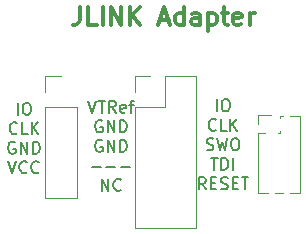
<source format=gbr>
G04 #@! TF.GenerationSoftware,KiCad,Pcbnew,(5.0.0)*
G04 #@! TF.CreationDate,2020-06-03T16:47:07-06:00*
G04 #@! TF.ProjectId,JlinkMini2TC2050,4A6C696E6B4D696E6932544332303530,rev?*
G04 #@! TF.SameCoordinates,Original*
G04 #@! TF.FileFunction,Legend,Top*
G04 #@! TF.FilePolarity,Positive*
%FSLAX46Y46*%
G04 Gerber Fmt 4.6, Leading zero omitted, Abs format (unit mm)*
G04 Created by KiCad (PCBNEW (5.0.0)) date 06/03/20 16:47:07*
%MOMM*%
%LPD*%
G01*
G04 APERTURE LIST*
%ADD10C,0.300000*%
%ADD11C,0.150000*%
%ADD12C,0.120000*%
G04 APERTURE END LIST*
D10*
X32069971Y-26889971D02*
X32069971Y-27961400D01*
X31998542Y-28175685D01*
X31855685Y-28318542D01*
X31641400Y-28389971D01*
X31498542Y-28389971D01*
X33498542Y-28389971D02*
X32784257Y-28389971D01*
X32784257Y-26889971D01*
X33998542Y-28389971D02*
X33998542Y-26889971D01*
X34712828Y-28389971D02*
X34712828Y-26889971D01*
X35569971Y-28389971D01*
X35569971Y-26889971D01*
X36284257Y-28389971D02*
X36284257Y-26889971D01*
X37141400Y-28389971D02*
X36498542Y-27532828D01*
X37141400Y-26889971D02*
X36284257Y-27747114D01*
X38855685Y-27961400D02*
X39569971Y-27961400D01*
X38712828Y-28389971D02*
X39212828Y-26889971D01*
X39712828Y-28389971D01*
X40855685Y-28389971D02*
X40855685Y-26889971D01*
X40855685Y-28318542D02*
X40712828Y-28389971D01*
X40427114Y-28389971D01*
X40284257Y-28318542D01*
X40212828Y-28247114D01*
X40141400Y-28104257D01*
X40141400Y-27675685D01*
X40212828Y-27532828D01*
X40284257Y-27461400D01*
X40427114Y-27389971D01*
X40712828Y-27389971D01*
X40855685Y-27461400D01*
X42212828Y-28389971D02*
X42212828Y-27604257D01*
X42141400Y-27461400D01*
X41998542Y-27389971D01*
X41712828Y-27389971D01*
X41569971Y-27461400D01*
X42212828Y-28318542D02*
X42069971Y-28389971D01*
X41712828Y-28389971D01*
X41569971Y-28318542D01*
X41498542Y-28175685D01*
X41498542Y-28032828D01*
X41569971Y-27889971D01*
X41712828Y-27818542D01*
X42069971Y-27818542D01*
X42212828Y-27747114D01*
X42927114Y-27389971D02*
X42927114Y-28889971D01*
X42927114Y-27461400D02*
X43069971Y-27389971D01*
X43355685Y-27389971D01*
X43498542Y-27461400D01*
X43569971Y-27532828D01*
X43641400Y-27675685D01*
X43641400Y-28104257D01*
X43569971Y-28247114D01*
X43498542Y-28318542D01*
X43355685Y-28389971D01*
X43069971Y-28389971D01*
X42927114Y-28318542D01*
X44069971Y-27389971D02*
X44641400Y-27389971D01*
X44284257Y-26889971D02*
X44284257Y-28175685D01*
X44355685Y-28318542D01*
X44498542Y-28389971D01*
X44641400Y-28389971D01*
X45712828Y-28318542D02*
X45569971Y-28389971D01*
X45284257Y-28389971D01*
X45141399Y-28318542D01*
X45069971Y-28175685D01*
X45069971Y-27604257D01*
X45141399Y-27461400D01*
X45284257Y-27389971D01*
X45569971Y-27389971D01*
X45712828Y-27461400D01*
X45784257Y-27604257D01*
X45784257Y-27747114D01*
X45069971Y-27889971D01*
X46427114Y-28389971D02*
X46427114Y-27389971D01*
X46427114Y-27675685D02*
X46498542Y-27532828D01*
X46569971Y-27461400D01*
X46712828Y-27389971D01*
X46855685Y-27389971D01*
D11*
X43646790Y-35709580D02*
X43646790Y-34709580D01*
X44313457Y-34709580D02*
X44503933Y-34709580D01*
X44599171Y-34757200D01*
X44694409Y-34852438D01*
X44742028Y-35042914D01*
X44742028Y-35376247D01*
X44694409Y-35566723D01*
X44599171Y-35661961D01*
X44503933Y-35709580D01*
X44313457Y-35709580D01*
X44218219Y-35661961D01*
X44122980Y-35566723D01*
X44075361Y-35376247D01*
X44075361Y-35042914D01*
X44122980Y-34852438D01*
X44218219Y-34757200D01*
X44313457Y-34709580D01*
X43575361Y-37264342D02*
X43527742Y-37311961D01*
X43384885Y-37359580D01*
X43289647Y-37359580D01*
X43146790Y-37311961D01*
X43051552Y-37216723D01*
X43003933Y-37121485D01*
X42956314Y-36931009D01*
X42956314Y-36788152D01*
X43003933Y-36597676D01*
X43051552Y-36502438D01*
X43146790Y-36407200D01*
X43289647Y-36359580D01*
X43384885Y-36359580D01*
X43527742Y-36407200D01*
X43575361Y-36454819D01*
X44480123Y-37359580D02*
X44003933Y-37359580D01*
X44003933Y-36359580D01*
X44813457Y-37359580D02*
X44813457Y-36359580D01*
X45384885Y-37359580D02*
X44956314Y-36788152D01*
X45384885Y-36359580D02*
X44813457Y-36931009D01*
X42789647Y-38961961D02*
X42932504Y-39009580D01*
X43170600Y-39009580D01*
X43265838Y-38961961D01*
X43313457Y-38914342D01*
X43361076Y-38819104D01*
X43361076Y-38723866D01*
X43313457Y-38628628D01*
X43265838Y-38581009D01*
X43170600Y-38533390D01*
X42980123Y-38485771D01*
X42884885Y-38438152D01*
X42837266Y-38390533D01*
X42789647Y-38295295D01*
X42789647Y-38200057D01*
X42837266Y-38104819D01*
X42884885Y-38057200D01*
X42980123Y-38009580D01*
X43218219Y-38009580D01*
X43361076Y-38057200D01*
X43694409Y-38009580D02*
X43932504Y-39009580D01*
X44122980Y-38295295D01*
X44313457Y-39009580D01*
X44551552Y-38009580D01*
X45122980Y-38009580D02*
X45313457Y-38009580D01*
X45408695Y-38057200D01*
X45503933Y-38152438D01*
X45551552Y-38342914D01*
X45551552Y-38676247D01*
X45503933Y-38866723D01*
X45408695Y-38961961D01*
X45313457Y-39009580D01*
X45122980Y-39009580D01*
X45027742Y-38961961D01*
X44932504Y-38866723D01*
X44884885Y-38676247D01*
X44884885Y-38342914D01*
X44932504Y-38152438D01*
X45027742Y-38057200D01*
X45122980Y-38009580D01*
X43146790Y-39659580D02*
X43718219Y-39659580D01*
X43432504Y-40659580D02*
X43432504Y-39659580D01*
X44051552Y-40659580D02*
X44051552Y-39659580D01*
X44289647Y-39659580D01*
X44432504Y-39707200D01*
X44527742Y-39802438D01*
X44575361Y-39897676D01*
X44622980Y-40088152D01*
X44622980Y-40231009D01*
X44575361Y-40421485D01*
X44527742Y-40516723D01*
X44432504Y-40611961D01*
X44289647Y-40659580D01*
X44051552Y-40659580D01*
X45051552Y-40659580D02*
X45051552Y-39659580D01*
X42718219Y-42309580D02*
X42384885Y-41833390D01*
X42146790Y-42309580D02*
X42146790Y-41309580D01*
X42527742Y-41309580D01*
X42622980Y-41357200D01*
X42670600Y-41404819D01*
X42718219Y-41500057D01*
X42718219Y-41642914D01*
X42670600Y-41738152D01*
X42622980Y-41785771D01*
X42527742Y-41833390D01*
X42146790Y-41833390D01*
X43146790Y-41785771D02*
X43480123Y-41785771D01*
X43622980Y-42309580D02*
X43146790Y-42309580D01*
X43146790Y-41309580D01*
X43622980Y-41309580D01*
X44003933Y-42261961D02*
X44146790Y-42309580D01*
X44384885Y-42309580D01*
X44480123Y-42261961D01*
X44527742Y-42214342D01*
X44575361Y-42119104D01*
X44575361Y-42023866D01*
X44527742Y-41928628D01*
X44480123Y-41881009D01*
X44384885Y-41833390D01*
X44194409Y-41785771D01*
X44099171Y-41738152D01*
X44051552Y-41690533D01*
X44003933Y-41595295D01*
X44003933Y-41500057D01*
X44051552Y-41404819D01*
X44099171Y-41357200D01*
X44194409Y-41309580D01*
X44432504Y-41309580D01*
X44575361Y-41357200D01*
X45003933Y-41785771D02*
X45337266Y-41785771D01*
X45480123Y-42309580D02*
X45003933Y-42309580D01*
X45003933Y-41309580D01*
X45480123Y-41309580D01*
X45765838Y-41309580D02*
X46337266Y-41309580D01*
X46051552Y-42309580D02*
X46051552Y-41309580D01*
X32767828Y-34836580D02*
X33101161Y-35836580D01*
X33434495Y-34836580D01*
X33624971Y-34836580D02*
X34196400Y-34836580D01*
X33910685Y-35836580D02*
X33910685Y-34836580D01*
X35101161Y-35836580D02*
X34767828Y-35360390D01*
X34529733Y-35836580D02*
X34529733Y-34836580D01*
X34910685Y-34836580D01*
X35005923Y-34884200D01*
X35053542Y-34931819D01*
X35101161Y-35027057D01*
X35101161Y-35169914D01*
X35053542Y-35265152D01*
X35005923Y-35312771D01*
X34910685Y-35360390D01*
X34529733Y-35360390D01*
X35910685Y-35788961D02*
X35815447Y-35836580D01*
X35624971Y-35836580D01*
X35529733Y-35788961D01*
X35482114Y-35693723D01*
X35482114Y-35312771D01*
X35529733Y-35217533D01*
X35624971Y-35169914D01*
X35815447Y-35169914D01*
X35910685Y-35217533D01*
X35958304Y-35312771D01*
X35958304Y-35408009D01*
X35482114Y-35503247D01*
X36244019Y-35169914D02*
X36624971Y-35169914D01*
X36386876Y-35836580D02*
X36386876Y-34979438D01*
X36434495Y-34884200D01*
X36529733Y-34836580D01*
X36624971Y-34836580D01*
X33934495Y-36534200D02*
X33839257Y-36486580D01*
X33696400Y-36486580D01*
X33553542Y-36534200D01*
X33458304Y-36629438D01*
X33410685Y-36724676D01*
X33363066Y-36915152D01*
X33363066Y-37058009D01*
X33410685Y-37248485D01*
X33458304Y-37343723D01*
X33553542Y-37438961D01*
X33696400Y-37486580D01*
X33791638Y-37486580D01*
X33934495Y-37438961D01*
X33982114Y-37391342D01*
X33982114Y-37058009D01*
X33791638Y-37058009D01*
X34410685Y-37486580D02*
X34410685Y-36486580D01*
X34982114Y-37486580D01*
X34982114Y-36486580D01*
X35458304Y-37486580D02*
X35458304Y-36486580D01*
X35696400Y-36486580D01*
X35839257Y-36534200D01*
X35934495Y-36629438D01*
X35982114Y-36724676D01*
X36029733Y-36915152D01*
X36029733Y-37058009D01*
X35982114Y-37248485D01*
X35934495Y-37343723D01*
X35839257Y-37438961D01*
X35696400Y-37486580D01*
X35458304Y-37486580D01*
X33934495Y-38184200D02*
X33839257Y-38136580D01*
X33696400Y-38136580D01*
X33553542Y-38184200D01*
X33458304Y-38279438D01*
X33410685Y-38374676D01*
X33363066Y-38565152D01*
X33363066Y-38708009D01*
X33410685Y-38898485D01*
X33458304Y-38993723D01*
X33553542Y-39088961D01*
X33696400Y-39136580D01*
X33791638Y-39136580D01*
X33934495Y-39088961D01*
X33982114Y-39041342D01*
X33982114Y-38708009D01*
X33791638Y-38708009D01*
X34410685Y-39136580D02*
X34410685Y-38136580D01*
X34982114Y-39136580D01*
X34982114Y-38136580D01*
X35458304Y-39136580D02*
X35458304Y-38136580D01*
X35696400Y-38136580D01*
X35839257Y-38184200D01*
X35934495Y-38279438D01*
X35982114Y-38374676D01*
X36029733Y-38565152D01*
X36029733Y-38708009D01*
X35982114Y-38898485D01*
X35934495Y-38993723D01*
X35839257Y-39088961D01*
X35696400Y-39136580D01*
X35458304Y-39136580D01*
X33077352Y-40405628D02*
X33839257Y-40405628D01*
X34315447Y-40405628D02*
X35077352Y-40405628D01*
X35553542Y-40405628D02*
X36315447Y-40405628D01*
X33910685Y-42436580D02*
X33910685Y-41436580D01*
X34482114Y-42436580D01*
X34482114Y-41436580D01*
X35529733Y-42341342D02*
X35482114Y-42388961D01*
X35339257Y-42436580D01*
X35244019Y-42436580D01*
X35101161Y-42388961D01*
X35005923Y-42293723D01*
X34958304Y-42198485D01*
X34910685Y-42008009D01*
X34910685Y-41865152D01*
X34958304Y-41674676D01*
X35005923Y-41579438D01*
X35101161Y-41484200D01*
X35244019Y-41436580D01*
X35339257Y-41436580D01*
X35482114Y-41484200D01*
X35529733Y-41531819D01*
X26806590Y-36001180D02*
X26806590Y-35001180D01*
X27473257Y-35001180D02*
X27663733Y-35001180D01*
X27758971Y-35048800D01*
X27854209Y-35144038D01*
X27901828Y-35334514D01*
X27901828Y-35667847D01*
X27854209Y-35858323D01*
X27758971Y-35953561D01*
X27663733Y-36001180D01*
X27473257Y-36001180D01*
X27378019Y-35953561D01*
X27282780Y-35858323D01*
X27235161Y-35667847D01*
X27235161Y-35334514D01*
X27282780Y-35144038D01*
X27378019Y-35048800D01*
X27473257Y-35001180D01*
X26735161Y-37555942D02*
X26687542Y-37603561D01*
X26544685Y-37651180D01*
X26449447Y-37651180D01*
X26306590Y-37603561D01*
X26211352Y-37508323D01*
X26163733Y-37413085D01*
X26116114Y-37222609D01*
X26116114Y-37079752D01*
X26163733Y-36889276D01*
X26211352Y-36794038D01*
X26306590Y-36698800D01*
X26449447Y-36651180D01*
X26544685Y-36651180D01*
X26687542Y-36698800D01*
X26735161Y-36746419D01*
X27639923Y-37651180D02*
X27163733Y-37651180D01*
X27163733Y-36651180D01*
X27973257Y-37651180D02*
X27973257Y-36651180D01*
X28544685Y-37651180D02*
X28116114Y-37079752D01*
X28544685Y-36651180D02*
X27973257Y-37222609D01*
X26568495Y-38348800D02*
X26473257Y-38301180D01*
X26330400Y-38301180D01*
X26187542Y-38348800D01*
X26092304Y-38444038D01*
X26044685Y-38539276D01*
X25997066Y-38729752D01*
X25997066Y-38872609D01*
X26044685Y-39063085D01*
X26092304Y-39158323D01*
X26187542Y-39253561D01*
X26330400Y-39301180D01*
X26425638Y-39301180D01*
X26568495Y-39253561D01*
X26616114Y-39205942D01*
X26616114Y-38872609D01*
X26425638Y-38872609D01*
X27044685Y-39301180D02*
X27044685Y-38301180D01*
X27616114Y-39301180D01*
X27616114Y-38301180D01*
X28092304Y-39301180D02*
X28092304Y-38301180D01*
X28330400Y-38301180D01*
X28473257Y-38348800D01*
X28568495Y-38444038D01*
X28616114Y-38539276D01*
X28663733Y-38729752D01*
X28663733Y-38872609D01*
X28616114Y-39063085D01*
X28568495Y-39158323D01*
X28473257Y-39253561D01*
X28330400Y-39301180D01*
X28092304Y-39301180D01*
X25997066Y-39951180D02*
X26330400Y-40951180D01*
X26663733Y-39951180D01*
X27568495Y-40855942D02*
X27520876Y-40903561D01*
X27378019Y-40951180D01*
X27282780Y-40951180D01*
X27139923Y-40903561D01*
X27044685Y-40808323D01*
X26997066Y-40713085D01*
X26949447Y-40522609D01*
X26949447Y-40379752D01*
X26997066Y-40189276D01*
X27044685Y-40094038D01*
X27139923Y-39998800D01*
X27282780Y-39951180D01*
X27378019Y-39951180D01*
X27520876Y-39998800D01*
X27568495Y-40046419D01*
X28568495Y-40855942D02*
X28520876Y-40903561D01*
X28378019Y-40951180D01*
X28282780Y-40951180D01*
X28139923Y-40903561D01*
X28044685Y-40808323D01*
X27997066Y-40713085D01*
X27949447Y-40522609D01*
X27949447Y-40379752D01*
X27997066Y-40189276D01*
X28044685Y-40094038D01*
X28139923Y-39998800D01*
X28282780Y-39951180D01*
X28378019Y-39951180D01*
X28520876Y-39998800D01*
X28568495Y-40046419D01*
D12*
G04 #@! TO.C,J1*
X47130000Y-42605000D02*
X47952470Y-42605000D01*
X49837530Y-42605000D02*
X50660000Y-42605000D01*
X48567530Y-42605000D02*
X49222470Y-42605000D01*
X47130000Y-37590000D02*
X47130000Y-42605000D01*
X50660000Y-36135000D02*
X50660000Y-42605000D01*
X47130000Y-37590000D02*
X47696529Y-37590000D01*
X48823471Y-37590000D02*
X48966529Y-37590000D01*
X49020000Y-37536529D02*
X49020000Y-37393471D01*
X49020000Y-36266529D02*
X49020000Y-36135000D01*
X49020000Y-36135000D02*
X49222470Y-36135000D01*
X49837530Y-36135000D02*
X50660000Y-36135000D01*
X47130000Y-36830000D02*
X47130000Y-36070000D01*
X47130000Y-36070000D02*
X48260000Y-36070000D01*
G04 #@! TO.C,J2*
X36695001Y-45575001D02*
X41895001Y-45575001D01*
X36695001Y-35355001D02*
X36695001Y-45575001D01*
X41895001Y-32755001D02*
X41895001Y-45575001D01*
X36695001Y-35355001D02*
X39295001Y-35355001D01*
X39295001Y-35355001D02*
X39295001Y-32755001D01*
X39295001Y-32755001D02*
X41895001Y-32755001D01*
X36695001Y-34085001D02*
X36695001Y-32755001D01*
X36695001Y-32755001D02*
X38025001Y-32755001D01*
G04 #@! TO.C,J3*
X29150000Y-43035001D02*
X31810000Y-43035001D01*
X29150000Y-35355001D02*
X29150000Y-43035001D01*
X31810000Y-35355001D02*
X31810000Y-43035001D01*
X29150000Y-35355001D02*
X31810000Y-35355001D01*
X29150000Y-34085001D02*
X29150000Y-32755001D01*
X29150000Y-32755001D02*
X30480000Y-32755001D01*
G04 #@! TD*
M02*

</source>
